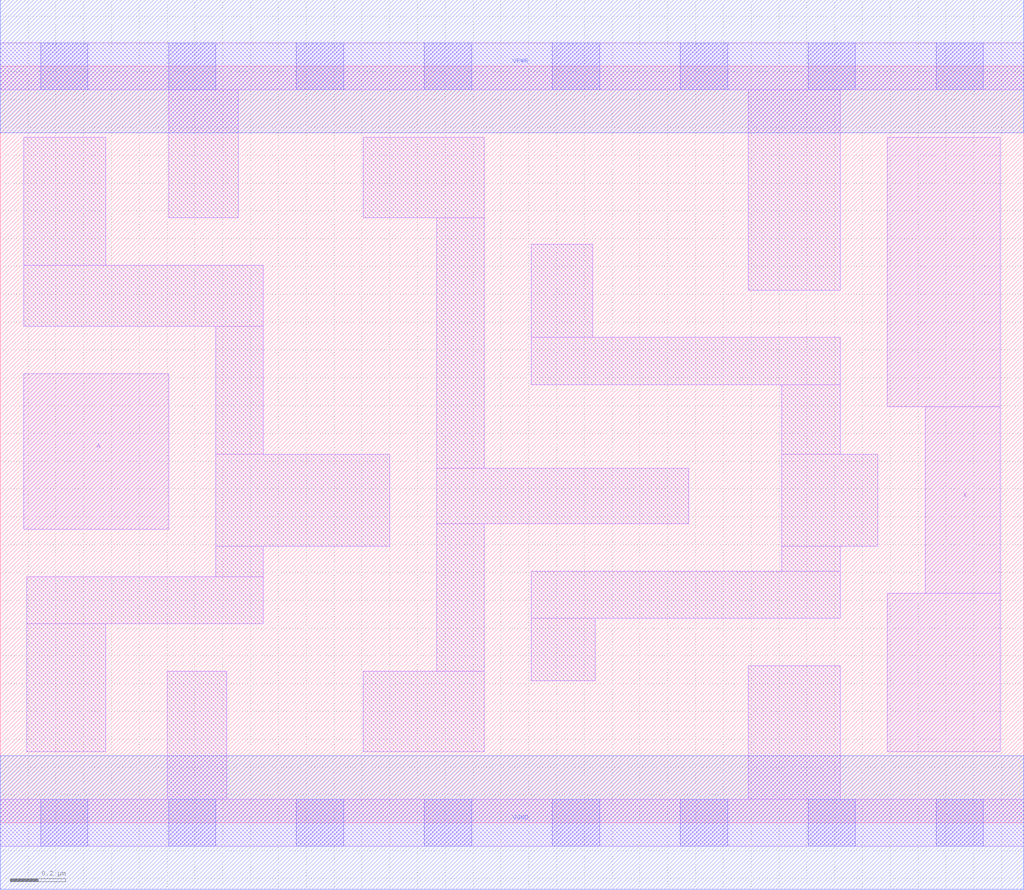
<source format=lef>
# Copyright 2020 The SkyWater PDK Authors
#
# Licensed under the Apache License, Version 2.0 (the "License");
# you may not use this file except in compliance with the License.
# You may obtain a copy of the License at
#
#     https://www.apache.org/licenses/LICENSE-2.0
#
# Unless required by applicable law or agreed to in writing, software
# distributed under the License is distributed on an "AS IS" BASIS,
# WITHOUT WARRANTIES OR CONDITIONS OF ANY KIND, either express or implied.
# See the License for the specific language governing permissions and
# limitations under the License.
#
# SPDX-License-Identifier: Apache-2.0

VERSION 5.7 ;
  NAMESCASESENSITIVE ON ;
  NOWIREEXTENSIONATPIN ON ;
  DIVIDERCHAR "/" ;
  BUSBITCHARS "[]" ;
UNITS
  DATABASE MICRONS 200 ;
END UNITS
PROPERTYDEFINITIONS
  MACRO maskLayoutSubType STRING ;
  MACRO prCellType STRING ;
  MACRO originalViewName STRING ;
END PROPERTYDEFINITIONS
MACRO sky130_fd_sc_hdll__dlygate4sd3_1
  CLASS CORE ;
  FOREIGN sky130_fd_sc_hdll__dlygate4sd3_1 ;
  ORIGIN  0.000000  0.000000 ;
  SIZE  3.680000 BY  2.720000 ;
  SYMMETRY X Y R90 ;
  SITE unithd ;
  PIN A
    ANTENNAGATEAREA  0.138600 ;
    DIRECTION INPUT ;
    USE SIGNAL ;
    PORT
      LAYER li1 ;
        RECT 0.085000 1.055000 0.605000 1.615000 ;
    END
  END A
  PIN VGND
    ANTENNADIFFAREA  0.363600 ;
    DIRECTION INOUT ;
    USE SIGNAL ;
    PORT
      LAYER met1 ;
        RECT 0.000000 -0.240000 3.680000 0.240000 ;
    END
  END VGND
  PIN VPWR
    ANTENNADIFFAREA  0.449100 ;
    DIRECTION INOUT ;
    USE SIGNAL ;
    PORT
      LAYER met1 ;
        RECT 0.000000 2.480000 3.680000 2.960000 ;
    END
  END VPWR
  PIN X
    ANTENNADIFFAREA  0.445500 ;
    DIRECTION OUTPUT ;
    USE SIGNAL ;
    PORT
      LAYER li1 ;
        RECT 3.190000 0.255000 3.595000 0.825000 ;
        RECT 3.190000 1.495000 3.595000 2.465000 ;
        RECT 3.325000 0.825000 3.595000 1.495000 ;
    END
  END X
  OBS
    LAYER li1 ;
      RECT 0.000000 -0.085000 3.680000 0.085000 ;
      RECT 0.000000  2.635000 3.680000 2.805000 ;
      RECT 0.085000  1.785000 0.945000 2.005000 ;
      RECT 0.085000  2.005000 0.380000 2.465000 ;
      RECT 0.095000  0.255000 0.380000 0.715000 ;
      RECT 0.095000  0.715000 0.945000 0.885000 ;
      RECT 0.600000  0.085000 0.815000 0.545000 ;
      RECT 0.605000  2.175000 0.855000 2.635000 ;
      RECT 0.775000  0.885000 0.945000 0.995000 ;
      RECT 0.775000  0.995000 1.400000 1.325000 ;
      RECT 0.775000  1.325000 0.945000 1.785000 ;
      RECT 1.305000  0.255000 1.740000 0.545000 ;
      RECT 1.305000  2.175000 1.740000 2.465000 ;
      RECT 1.570000  0.545000 1.740000 1.075000 ;
      RECT 1.570000  1.075000 2.475000 1.275000 ;
      RECT 1.570000  1.275000 1.740000 2.175000 ;
      RECT 1.910000  0.510000 2.140000 0.735000 ;
      RECT 1.910000  0.735000 3.020000 0.905000 ;
      RECT 1.910000  1.575000 3.020000 1.745000 ;
      RECT 1.910000  1.745000 2.130000 2.080000 ;
      RECT 2.690000  0.085000 3.020000 0.565000 ;
      RECT 2.690000  1.915000 3.020000 2.635000 ;
      RECT 2.810000  0.905000 3.020000 0.995000 ;
      RECT 2.810000  0.995000 3.155000 1.325000 ;
      RECT 2.810000  1.325000 3.020000 1.575000 ;
    LAYER mcon ;
      RECT 0.145000 -0.085000 0.315000 0.085000 ;
      RECT 0.145000  2.635000 0.315000 2.805000 ;
      RECT 0.605000 -0.085000 0.775000 0.085000 ;
      RECT 0.605000  2.635000 0.775000 2.805000 ;
      RECT 1.065000 -0.085000 1.235000 0.085000 ;
      RECT 1.065000  2.635000 1.235000 2.805000 ;
      RECT 1.525000 -0.085000 1.695000 0.085000 ;
      RECT 1.525000  2.635000 1.695000 2.805000 ;
      RECT 1.985000 -0.085000 2.155000 0.085000 ;
      RECT 1.985000  2.635000 2.155000 2.805000 ;
      RECT 2.445000 -0.085000 2.615000 0.085000 ;
      RECT 2.445000  2.635000 2.615000 2.805000 ;
      RECT 2.905000 -0.085000 3.075000 0.085000 ;
      RECT 2.905000  2.635000 3.075000 2.805000 ;
      RECT 3.365000 -0.085000 3.535000 0.085000 ;
      RECT 3.365000  2.635000 3.535000 2.805000 ;
  END
  PROPERTY maskLayoutSubType "abstract" ;
  PROPERTY prCellType "standard" ;
  PROPERTY originalViewName "layout" ;
END sky130_fd_sc_hdll__dlygate4sd3_1

</source>
